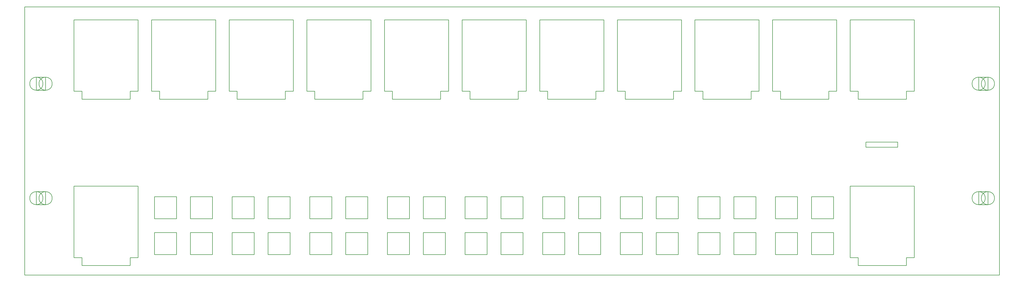
<source format=gko>
G04 Layer: BoardOutlineLayer*
G04 EasyEDA v6.5.34, 2023-08-21 18:11:39*
G04 b7a531e6b72d43589cadbd4e20ea0607,5a6b42c53f6a479593ecc07194224c93,10*
G04 Gerber Generator version 0.2*
G04 Scale: 100 percent, Rotated: No, Reflected: No *
G04 Dimensions in millimeters *
G04 leading zeros omitted , absolute positions ,4 integer and 5 decimal *
%FSLAX45Y45*%
%MOMM*%

%ADD10C,0.2540*%
D10*
X0Y13296900D02*
G01*
X48260000Y13296900D01*
X48260000Y0D01*
X0Y-3068D01*
X0Y13296900D01*
X2438704Y12658115D02*
G01*
X2438704Y9114815D01*
X2438704Y9114815D02*
G01*
X2832404Y9114815D01*
X2832404Y9114815D02*
G01*
X2832404Y8721115D01*
X2832404Y8721115D02*
G01*
X5220004Y8721115D01*
X5220004Y8721115D02*
G01*
X5220004Y9114815D01*
X5220004Y9114815D02*
G01*
X5613704Y9114815D01*
X5613704Y9114815D02*
G01*
X5613704Y12658115D01*
X5613704Y12658115D02*
G01*
X2438704Y12658115D01*
X6281902Y12658115D02*
G01*
X6281902Y9114815D01*
X6281902Y9114815D02*
G01*
X6675602Y9114815D01*
X6675602Y9114815D02*
G01*
X6675602Y8721115D01*
X6675602Y8721115D02*
G01*
X9063202Y8721115D01*
X9063202Y8721115D02*
G01*
X9063202Y9114815D01*
X9063202Y9114815D02*
G01*
X9456902Y9114815D01*
X9456902Y9114815D02*
G01*
X9456902Y12658115D01*
X9456902Y12658115D02*
G01*
X6281902Y12658115D01*
X10125100Y12658115D02*
G01*
X10125100Y9114815D01*
X10125100Y9114815D02*
G01*
X10518800Y9114815D01*
X10518800Y9114815D02*
G01*
X10518800Y8721115D01*
X10518800Y8721115D02*
G01*
X12906400Y8721115D01*
X12906400Y8721115D02*
G01*
X12906400Y9114815D01*
X12906400Y9114815D02*
G01*
X13300100Y9114815D01*
X13300100Y9114815D02*
G01*
X13300100Y12658115D01*
X13300100Y12658115D02*
G01*
X10125100Y12658115D01*
X13968298Y12658115D02*
G01*
X13968298Y9114815D01*
X13968298Y9114815D02*
G01*
X14361998Y9114815D01*
X14361998Y9114815D02*
G01*
X14361998Y8721115D01*
X14361998Y8721115D02*
G01*
X16749598Y8721115D01*
X16749598Y8721115D02*
G01*
X16749598Y9114815D01*
X16749598Y9114815D02*
G01*
X17143298Y9114815D01*
X17143298Y9114815D02*
G01*
X17143298Y12658115D01*
X17143298Y12658115D02*
G01*
X13968298Y12658115D01*
X17811495Y12658115D02*
G01*
X17811495Y9114815D01*
X17811495Y9114815D02*
G01*
X18205195Y9114815D01*
X18205195Y9114815D02*
G01*
X18205195Y8721115D01*
X18205195Y8721115D02*
G01*
X20592795Y8721115D01*
X20592795Y8721115D02*
G01*
X20592795Y9114815D01*
X20592795Y9114815D02*
G01*
X20986495Y9114815D01*
X20986495Y9114815D02*
G01*
X20986495Y12658115D01*
X20986495Y12658115D02*
G01*
X17811495Y12658115D01*
X21654719Y12658115D02*
G01*
X21654719Y9114815D01*
X21654719Y9114815D02*
G01*
X22048419Y9114815D01*
X22048419Y9114815D02*
G01*
X22048419Y8721115D01*
X22048419Y8721115D02*
G01*
X24436019Y8721115D01*
X24436019Y8721115D02*
G01*
X24436019Y9114815D01*
X24436019Y9114815D02*
G01*
X24829719Y9114815D01*
X24829719Y9114815D02*
G01*
X24829719Y12658115D01*
X24829719Y12658115D02*
G01*
X21654719Y12658115D01*
X25497916Y12658115D02*
G01*
X25497916Y9114815D01*
X25497916Y9114815D02*
G01*
X25891616Y9114815D01*
X25891616Y9114815D02*
G01*
X25891616Y8721115D01*
X25891616Y8721115D02*
G01*
X28279216Y8721115D01*
X28279216Y8721115D02*
G01*
X28279216Y9114815D01*
X28279216Y9114815D02*
G01*
X28672916Y9114815D01*
X28672916Y9114815D02*
G01*
X28672916Y12658115D01*
X28672916Y12658115D02*
G01*
X25497916Y12658115D01*
X29341114Y12658115D02*
G01*
X29341114Y9114815D01*
X29341114Y9114815D02*
G01*
X29734814Y9114815D01*
X29734814Y9114815D02*
G01*
X29734814Y8721115D01*
X29734814Y8721115D02*
G01*
X32122414Y8721115D01*
X32122414Y8721115D02*
G01*
X32122414Y9114815D01*
X32122414Y9114815D02*
G01*
X32516114Y9114815D01*
X32516114Y9114815D02*
G01*
X32516114Y12658115D01*
X32516114Y12658115D02*
G01*
X29341114Y12658115D01*
X33184312Y12658115D02*
G01*
X33184312Y9114815D01*
X33184312Y9114815D02*
G01*
X33578012Y9114815D01*
X33578012Y9114815D02*
G01*
X33578012Y8721115D01*
X33578012Y8721115D02*
G01*
X35965612Y8721115D01*
X35965612Y8721115D02*
G01*
X35965612Y9114815D01*
X35965612Y9114815D02*
G01*
X36359312Y9114815D01*
X36359312Y9114815D02*
G01*
X36359312Y12658115D01*
X36359312Y12658115D02*
G01*
X33184312Y12658115D01*
X37027510Y12658115D02*
G01*
X37027510Y9114815D01*
X37027510Y9114815D02*
G01*
X37421210Y9114815D01*
X37421210Y9114815D02*
G01*
X37421210Y8721115D01*
X37421210Y8721115D02*
G01*
X39808810Y8721115D01*
X39808810Y8721115D02*
G01*
X39808810Y9114815D01*
X39808810Y9114815D02*
G01*
X40202510Y9114815D01*
X40202510Y9114815D02*
G01*
X40202510Y12658115D01*
X40202510Y12658115D02*
G01*
X37027510Y12658115D01*
X40870708Y12658115D02*
G01*
X40870708Y9114815D01*
X40870708Y9114815D02*
G01*
X41264408Y9114815D01*
X41264408Y9114815D02*
G01*
X41264408Y8721115D01*
X41264408Y8721115D02*
G01*
X43652008Y8721115D01*
X43652008Y8721115D02*
G01*
X43652008Y9114815D01*
X43652008Y9114815D02*
G01*
X44045708Y9114815D01*
X44045708Y9114815D02*
G01*
X44045708Y12658115D01*
X44045708Y12658115D02*
G01*
X40870708Y12658115D01*
X2438400Y4406900D02*
G01*
X2438400Y863600D01*
X2438400Y863600D02*
G01*
X2832100Y863600D01*
X2832100Y863600D02*
G01*
X2832100Y469900D01*
X2832100Y469900D02*
G01*
X5219700Y469900D01*
X5219700Y469900D02*
G01*
X5219700Y863600D01*
X5219700Y863600D02*
G01*
X5613400Y863600D01*
X5613400Y863600D02*
G01*
X5613400Y4406900D01*
X5613400Y4406900D02*
G01*
X2438400Y4406900D01*
X40870403Y4406900D02*
G01*
X40870403Y863600D01*
X40870403Y863600D02*
G01*
X41264103Y863600D01*
X41264103Y863600D02*
G01*
X41264103Y469900D01*
X41264103Y469900D02*
G01*
X43651703Y469900D01*
X43651703Y469900D02*
G01*
X43651703Y863600D01*
X43651703Y863600D02*
G01*
X44045403Y863600D01*
X44045403Y863600D02*
G01*
X44045403Y4406900D01*
X44045403Y4406900D02*
G01*
X40870403Y4406900D01*
X41643300Y6591300D02*
G01*
X41643300Y6337300D01*
X41643300Y6337300D02*
G01*
X43218100Y6337300D01*
X43218100Y6337300D02*
G01*
X43218100Y6591300D01*
X43218100Y6591300D02*
G01*
X41643300Y6591300D01*
X6426200Y3886200D02*
G01*
X6426200Y2794000D01*
X6426200Y2794000D02*
G01*
X7518400Y2794000D01*
X7518400Y2794000D02*
G01*
X7518400Y3886200D01*
X7518400Y3886200D02*
G01*
X6426200Y3886200D01*
X6426200Y2108200D02*
G01*
X6426200Y1016000D01*
X6426200Y1016000D02*
G01*
X7518400Y1016000D01*
X7518400Y1016000D02*
G01*
X7518400Y2108200D01*
X7518400Y2108200D02*
G01*
X6426200Y2108200D01*
X8205292Y3886200D02*
G01*
X8205292Y2794000D01*
X8205292Y2794000D02*
G01*
X9297492Y2794000D01*
X9297492Y2794000D02*
G01*
X9297492Y3886200D01*
X9297492Y3886200D02*
G01*
X8205292Y3886200D01*
X8205292Y2108200D02*
G01*
X8205292Y1016000D01*
X8205292Y1016000D02*
G01*
X9297492Y1016000D01*
X9297492Y1016000D02*
G01*
X9297492Y2108200D01*
X9297492Y2108200D02*
G01*
X8205292Y2108200D01*
X10269397Y3886200D02*
G01*
X10269397Y2794000D01*
X10269397Y2794000D02*
G01*
X11361597Y2794000D01*
X11361597Y2794000D02*
G01*
X11361597Y3886200D01*
X11361597Y3886200D02*
G01*
X10269397Y3886200D01*
X10269397Y2108200D02*
G01*
X10269397Y1016000D01*
X10269397Y1016000D02*
G01*
X11361597Y1016000D01*
X11361597Y1016000D02*
G01*
X11361597Y2108200D01*
X11361597Y2108200D02*
G01*
X10269397Y2108200D01*
X12048490Y3886200D02*
G01*
X12048490Y2794000D01*
X12048490Y2794000D02*
G01*
X13140690Y2794000D01*
X13140690Y2794000D02*
G01*
X13140690Y3886200D01*
X13140690Y3886200D02*
G01*
X12048490Y3886200D01*
X12048490Y2108200D02*
G01*
X12048490Y1016000D01*
X12048490Y1016000D02*
G01*
X13140690Y1016000D01*
X13140690Y1016000D02*
G01*
X13140690Y2108200D01*
X13140690Y2108200D02*
G01*
X12048490Y2108200D01*
X14112595Y3886200D02*
G01*
X14112595Y2794000D01*
X14112595Y2794000D02*
G01*
X15204795Y2794000D01*
X15204795Y2794000D02*
G01*
X15204795Y3886200D01*
X15204795Y3886200D02*
G01*
X14112595Y3886200D01*
X14112595Y2108200D02*
G01*
X14112595Y1016000D01*
X14112595Y1016000D02*
G01*
X15204795Y1016000D01*
X15204795Y1016000D02*
G01*
X15204795Y2108200D01*
X15204795Y2108200D02*
G01*
X14112595Y2108200D01*
X15891687Y3886200D02*
G01*
X15891687Y2794000D01*
X15891687Y2794000D02*
G01*
X16983887Y2794000D01*
X16983887Y2794000D02*
G01*
X16983887Y3886200D01*
X16983887Y3886200D02*
G01*
X15891687Y3886200D01*
X15891687Y2108200D02*
G01*
X15891687Y1016000D01*
X15891687Y1016000D02*
G01*
X16983887Y1016000D01*
X16983887Y1016000D02*
G01*
X16983887Y2108200D01*
X16983887Y2108200D02*
G01*
X15891687Y2108200D01*
X17955793Y3886200D02*
G01*
X17955793Y2794000D01*
X17955793Y2794000D02*
G01*
X19047993Y2794000D01*
X19047993Y2794000D02*
G01*
X19047993Y3886200D01*
X19047993Y3886200D02*
G01*
X17955793Y3886200D01*
X17955793Y2108200D02*
G01*
X17955793Y1016000D01*
X17955793Y1016000D02*
G01*
X19047993Y1016000D01*
X19047993Y1016000D02*
G01*
X19047993Y2108200D01*
X19047993Y2108200D02*
G01*
X17955793Y2108200D01*
X19734885Y3886200D02*
G01*
X19734885Y2794000D01*
X19734885Y2794000D02*
G01*
X20827085Y2794000D01*
X20827085Y2794000D02*
G01*
X20827085Y3886200D01*
X20827085Y3886200D02*
G01*
X19734885Y3886200D01*
X19734885Y2108200D02*
G01*
X19734885Y1016000D01*
X19734885Y1016000D02*
G01*
X20827085Y1016000D01*
X20827085Y1016000D02*
G01*
X20827085Y2108200D01*
X20827085Y2108200D02*
G01*
X19734885Y2108200D01*
X21799016Y3886200D02*
G01*
X21799016Y2794000D01*
X21799016Y2794000D02*
G01*
X22891216Y2794000D01*
X22891216Y2794000D02*
G01*
X22891216Y3886200D01*
X22891216Y3886200D02*
G01*
X21799016Y3886200D01*
X21799016Y2108200D02*
G01*
X21799016Y1016000D01*
X21799016Y1016000D02*
G01*
X22891216Y1016000D01*
X22891216Y1016000D02*
G01*
X22891216Y2108200D01*
X22891216Y2108200D02*
G01*
X21799016Y2108200D01*
X23578083Y3886200D02*
G01*
X23578083Y2794000D01*
X23578083Y2794000D02*
G01*
X24670283Y2794000D01*
X24670283Y2794000D02*
G01*
X24670283Y3886200D01*
X24670283Y3886200D02*
G01*
X23578083Y3886200D01*
X23578083Y2108200D02*
G01*
X23578083Y1016000D01*
X23578083Y1016000D02*
G01*
X24670283Y1016000D01*
X24670283Y1016000D02*
G01*
X24670283Y2108200D01*
X24670283Y2108200D02*
G01*
X23578083Y2108200D01*
X25642214Y3886200D02*
G01*
X25642214Y2794000D01*
X25642214Y2794000D02*
G01*
X26734414Y2794000D01*
X26734414Y2794000D02*
G01*
X26734414Y3886200D01*
X26734414Y3886200D02*
G01*
X25642214Y3886200D01*
X25642214Y2108200D02*
G01*
X25642214Y1016000D01*
X25642214Y1016000D02*
G01*
X26734414Y1016000D01*
X26734414Y1016000D02*
G01*
X26734414Y2108200D01*
X26734414Y2108200D02*
G01*
X25642214Y2108200D01*
X27421306Y3886200D02*
G01*
X27421306Y2794000D01*
X27421306Y2794000D02*
G01*
X28513506Y2794000D01*
X28513506Y2794000D02*
G01*
X28513506Y3886200D01*
X28513506Y3886200D02*
G01*
X27421306Y3886200D01*
X27421306Y2108200D02*
G01*
X27421306Y1016000D01*
X27421306Y1016000D02*
G01*
X28513506Y1016000D01*
X28513506Y1016000D02*
G01*
X28513506Y2108200D01*
X28513506Y2108200D02*
G01*
X27421306Y2108200D01*
X29485412Y3886200D02*
G01*
X29485412Y2794000D01*
X29485412Y2794000D02*
G01*
X30577612Y2794000D01*
X30577612Y2794000D02*
G01*
X30577612Y3886200D01*
X30577612Y3886200D02*
G01*
X29485412Y3886200D01*
X29485412Y2108200D02*
G01*
X29485412Y1016000D01*
X29485412Y1016000D02*
G01*
X30577612Y1016000D01*
X30577612Y1016000D02*
G01*
X30577612Y2108200D01*
X30577612Y2108200D02*
G01*
X29485412Y2108200D01*
X31264504Y3886200D02*
G01*
X31264504Y2794000D01*
X31264504Y2794000D02*
G01*
X32356704Y2794000D01*
X32356704Y2794000D02*
G01*
X32356704Y3886200D01*
X32356704Y3886200D02*
G01*
X31264504Y3886200D01*
X31264504Y2108200D02*
G01*
X31264504Y1016000D01*
X31264504Y1016000D02*
G01*
X32356704Y1016000D01*
X32356704Y1016000D02*
G01*
X32356704Y2108200D01*
X32356704Y2108200D02*
G01*
X31264504Y2108200D01*
X33328609Y3886200D02*
G01*
X33328609Y2794000D01*
X33328609Y2794000D02*
G01*
X34420809Y2794000D01*
X34420809Y2794000D02*
G01*
X34420809Y3886200D01*
X34420809Y3886200D02*
G01*
X33328609Y3886200D01*
X33328609Y2108200D02*
G01*
X33328609Y1016000D01*
X33328609Y1016000D02*
G01*
X34420809Y1016000D01*
X34420809Y1016000D02*
G01*
X34420809Y2108200D01*
X34420809Y2108200D02*
G01*
X33328609Y2108200D01*
X35107702Y3886200D02*
G01*
X35107702Y2794000D01*
X35107702Y2794000D02*
G01*
X36199902Y2794000D01*
X36199902Y2794000D02*
G01*
X36199902Y3886200D01*
X36199902Y3886200D02*
G01*
X35107702Y3886200D01*
X35107702Y2108200D02*
G01*
X35107702Y1016000D01*
X35107702Y1016000D02*
G01*
X36199902Y1016000D01*
X36199902Y1016000D02*
G01*
X36199902Y2108200D01*
X36199902Y2108200D02*
G01*
X35107702Y2108200D01*
X37171807Y3886200D02*
G01*
X37171807Y2794000D01*
X37171807Y2794000D02*
G01*
X38264007Y2794000D01*
X38264007Y2794000D02*
G01*
X38264007Y3886200D01*
X38264007Y3886200D02*
G01*
X37171807Y3886200D01*
X37171807Y2108200D02*
G01*
X37171807Y1016000D01*
X37171807Y1016000D02*
G01*
X38264007Y1016000D01*
X38264007Y1016000D02*
G01*
X38264007Y2108200D01*
X38264007Y2108200D02*
G01*
X37171807Y2108200D01*
X38950900Y3886200D02*
G01*
X38950900Y2794000D01*
X38950900Y2794000D02*
G01*
X40043100Y2794000D01*
X40043100Y2794000D02*
G01*
X40043100Y3886200D01*
X40043100Y3886200D02*
G01*
X38950900Y3886200D01*
X38950900Y2108200D02*
G01*
X38950900Y1016000D01*
X38950900Y1016000D02*
G01*
X40043100Y1016000D01*
X40043100Y1016000D02*
G01*
X40043100Y2108200D01*
X40043100Y2108200D02*
G01*
X38950900Y2108200D01*
G75*
G01*
X47365696Y9486900D02*
G02*
X48016094Y9486900I325199J0D01*
G75*
G01*
X48016094Y9486900D02*
G02*
X47365696Y9486900I-325199J0D01*
X47365696Y9486900D02*
G01*
X47365696Y9486900D01*
X47233695Y9811893D02*
G01*
X47233695Y9161881D01*
X47233695Y9161881D02*
G01*
X47690895Y9161881D01*
X47690895Y9161881D02*
G01*
X47690895Y9811893D01*
X47690895Y9811893D02*
G01*
X47233695Y9811893D01*
G75*
G01*
X46908496Y9486900D02*
G02*
X47558894Y9486900I325199J0D01*
G75*
G01*
X47558894Y9486900D02*
G02*
X46908496Y9486900I-325199J0D01*
X46908496Y9486900D02*
G01*
X46908496Y9486900D01*
G75*
G01*
X46908496Y3810000D02*
G02*
X47558894Y3810000I325199J0D01*
G75*
G01*
X47558894Y3810000D02*
G02*
X46908496Y3810000I-325199J0D01*
X46908496Y3810000D02*
G01*
X46908496Y3810000D01*
X47233695Y4134993D02*
G01*
X47233695Y3484981D01*
X47233695Y3484981D02*
G01*
X47690895Y3484981D01*
X47690895Y3484981D02*
G01*
X47690895Y4134993D01*
X47690895Y4134993D02*
G01*
X47233695Y4134993D01*
G75*
G01*
X47365696Y3810000D02*
G02*
X48016094Y3810000I325199J0D01*
G75*
G01*
X48016094Y3810000D02*
G02*
X47365696Y3810000I-325199J0D01*
X47365696Y3810000D02*
G01*
X47365696Y3810000D01*
G75*
G01*
X711200Y3810000D02*
G02*
X1361597Y3810000I325199J0D01*
G75*
G01*
X1361597Y3810000D02*
G02*
X711200Y3810000I-325198J0D01*
X711200Y3810000D02*
G01*
X711200Y3810000D01*
X579198Y4134993D02*
G01*
X579198Y3484981D01*
X579198Y3484981D02*
G01*
X1036398Y3484981D01*
X1036398Y3484981D02*
G01*
X1036398Y4134993D01*
X1036398Y4134993D02*
G01*
X579198Y4134993D01*
G75*
G01*
X254000Y3810000D02*
G02*
X904397Y3810000I325199J0D01*
G75*
G01*
X904397Y3810000D02*
G02*
X254000Y3810000I-325198J0D01*
X254000Y3810000D02*
G01*
X254000Y3810000D01*
G75*
G01*
X254000Y9486900D02*
G02*
X904397Y9486900I325199J0D01*
G75*
G01*
X904397Y9486900D02*
G02*
X254000Y9486900I-325198J0D01*
X254000Y9486900D02*
G01*
X254000Y9486900D01*
X579198Y9811893D02*
G01*
X579198Y9161881D01*
X579198Y9161881D02*
G01*
X1036398Y9161881D01*
X1036398Y9161881D02*
G01*
X1036398Y9811893D01*
X1036398Y9811893D02*
G01*
X579198Y9811893D01*
G75*
G01*
X711200Y9486900D02*
G02*
X1361597Y9486900I325199J0D01*
G75*
G01*
X1361597Y9486900D02*
G02*
X711200Y9486900I-325198J0D01*
X711200Y9486900D02*
G01*
X711200Y9486900D01*

%LPD*%
M02*

</source>
